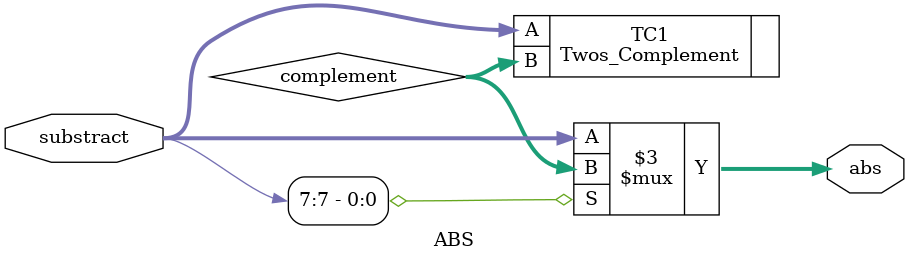
<source format=v>
`timescale 1ns / 1ps
module ABS(
    input [7:0] substract,
	 output reg [7:0] abs
	 );
	 
	 wire [7:0] complement;
	 
	 always @* begin
		 if (substract[7]) abs = complement;
		 else abs = substract;
	 end
	 
	 Twos_Complement TC1 (
		.A(substract),
		.B(complement)
	 );


endmodule

</source>
